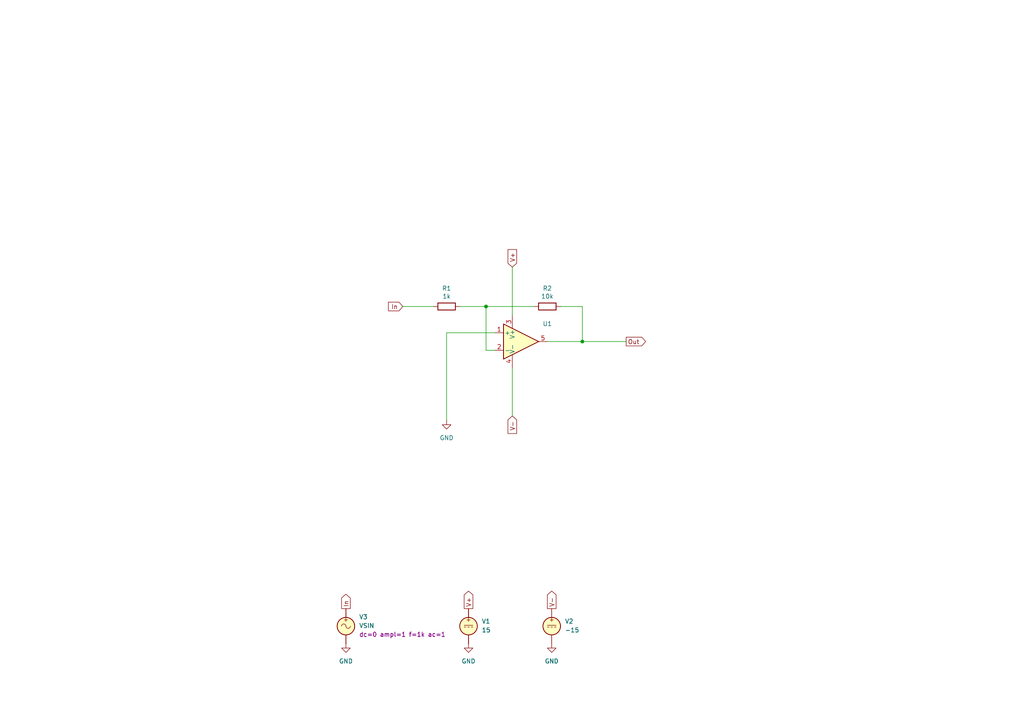
<source format=kicad_sch>
(kicad_sch (version 20250114) (generator "eeschema") (generator_version "9.0")
  (paper "A4")
  (title_block (title "OPamp, inverting") (date "2025-09-13") (company "GitHub/OJStuff"))
  (lib_symbols
    (symbol "Device:R" (pin_numbers (hide yes)) (pin_names (offset 0))
      (property "Reference" "R" (at 2.032 0 90))
      (property "Value" "R" (at 0 0 90))
      (symbol "R_0_1"
        (rectangle (start -1.016 -2.54) (end 1.016 2.54) (stroke (width 0.254)))
      )
      (symbol "R_1_1"
        (pin passive line (at 0 3.81 270) (length 1.27) (name "~") (number "1"))
        (pin passive line (at 0 -3.81 90) (length 1.27) (name "~") (number "2"))
      )
    )
    (symbol "Simulation_SPICE:OPAMP" (pin_names (offset 0.254))
      (property "Reference" "U" (at 3.81 3.175 0))
      (property "Value" "${SIM.PARAMS}" (at 3.81 -3.175 0))
      (symbol "OPAMP_0_1"
        (polyline (pts (xy 5.08 0) (xy -5.08 5.08) (xy -5.08 -5.08) (xy 5.08 0)) (stroke (width 0.254)) (fill (type background)))
      )
      (symbol "OPAMP_1_1"
        (pin input line (at -7.62 2.54 0) (length 2.54) (name "+") (number "1"))
        (pin input line (at -7.62 -2.54 0) (length 2.54) (name "-") (number "2"))
        (pin power_in line (at -2.54 7.62 270) (length 3.81) (name "V+") (number "3"))
        (pin power_in line (at -2.54 -7.62 90) (length 3.81) (name "V-") (number "4"))
        (pin output line (at 7.62 0 180) (length 2.54) (name "~") (number "5"))
      )
    )
    (symbol "VDC_1" (pin_numbers (hide yes)) (pin_names (offset 0.0254))
      (property "Reference" "V" (at 2.54 2.54 0))
      (property "Value" "1" (at 2.54 0 0))
      (symbol "VDC_1_0_0"
        (polyline (pts (xy -1.27 0.254) (xy 1.27 0.254)))
        (polyline (pts (xy -0.762 -0.254) (xy -1.27 -0.254)))
        (polyline (pts (xy 0.254 -0.254) (xy -0.254 -0.254)))
        (polyline (pts (xy 1.27 -0.254) (xy 0.762 -0.254)))
        (text "+" (at 0 1.905 0) (effects (font (size 1.27 1.27))))
      )
      (symbol "VDC_1_0_1"
        (circle (center 0 0) (radius 2.54) (stroke (width 0.254)) (fill (type background)))
      )
      (symbol "VDC_1_1_1"
        (pin passive line (at 0 5.08 270) (length 2.54) (name "~") (number "1"))
        (pin passive line (at 0 -5.08 90) (length 2.54) (name "~") (number "2"))
      )
    )
    (symbol "VSIN_1" (pin_numbers (hide yes)) (pin_names (offset 0.0254))
      (property "Reference" "V" (at 2.54 2.54 0))
      (property "Value" "VSIN" (at 2.54 0 0))
      (property "Sim.Params" "dc=0 ampl=1 f=1k ac=1" (at 2.54 -2.54 0))
      (symbol "VSIN_1_0_0"
        (arc (start -1.27 0) (mid -0.635 0.6323) (end 0 0))
        (arc (start 1.27 0) (mid 0.635 -0.6323) (end 0 0))
        (text "+" (at 0 1.905 0) (effects (font (size 1.27 1.27))))
      )
      (symbol "VSIN_1_0_1"
        (circle (center 0 0) (radius 2.54) (stroke (width 0.254)) (fill (type background)))
      )
      (symbol "VSIN_1_1_1"
        (pin passive line (at 0 5.08 270) (length 2.54) (name "~") (number "1"))
        (pin passive line (at 0 -5.08 90) (length 2.54) (name "~") (number "2"))
      )
    )
    (symbol "power:GND" (power) (pin_numbers (hide yes)) (pin_names (offset 0) (hide yes))
      (property "Value" "GND" (at 0 -3.81 0))
      (symbol "GND_0_1"
        (polyline (pts (xy 0 0) (xy 0 -1.27) (xy 1.27 -1.27) (xy 0 -2.54) (xy -1.27 -1.27) (xy 0 -1.27)))
      )
      (symbol "GND_1_1"
        (pin power_in line (at 0 0 270) (length 0) (name "~") (number "1"))
      )
    )
  )
  (junction (at 168.91 99.06))
  (junction (at 140.97 88.9))
  (wire (pts (xy 143.51 101.6) (xy 140.97 101.6)))
  (wire (pts (xy 162.56 88.9) (xy 168.91 88.9)))
  (wire (pts (xy 140.97 101.6) (xy 140.97 88.9)))
  (wire (pts (xy 148.59 77.47) (xy 148.59 91.44)))
  (wire (pts (xy 129.54 96.52) (xy 143.51 96.52)))
  (wire (pts (xy 140.97 88.9) (xy 154.94 88.9)))
  (wire (pts (xy 148.59 120.65) (xy 148.59 106.68)))
  (wire (pts (xy 116.84 88.9) (xy 125.73 88.9)))
  (wire (pts (xy 168.91 99.06) (xy 158.75 99.06)))
  (wire (pts (xy 168.91 88.9) (xy 168.91 99.06)))
  (wire (pts (xy 133.35 88.9) (xy 140.97 88.9)))
  (wire (pts (xy 129.54 96.52) (xy 129.54 121.92)))
  (wire (pts (xy 181.61 99.06) (xy 168.91 99.06)))
  (global_label "V+" (shape output) (at 135.89 176.53 90) (property "Intersheetrefs" "${INTERSHEET_REFS}" (effects (hide yes))))
  (global_label "V-" (shape output) (at 160.02 176.53 90) (property "Intersheetrefs" "${INTERSHEET_REFS}" (effects (hide yes))))
  (global_label "In" (shape output) (at 100.33 176.53 90) (property "Intersheetrefs" "${INTERSHEET_REFS}" (effects (hide yes))))
  (global_label "V-" (shape input) (at 148.59 120.65 270) (property "Intersheetrefs" "${INTERSHEET_REFS}" (effects (hide yes))))
  (global_label "In" (shape input) (at 116.84 88.9 180) (property "Intersheetrefs" "${INTERSHEET_REFS}" (effects (hide yes))))
  (global_label "V+" (shape input) (at 148.59 77.47 90) (property "Intersheetrefs" "${INTERSHEET_REFS}" (effects (hide yes))))
  (global_label "Out" (shape output) (at 181.61 99.06 0) (property "Intersheetrefs" "${INTERSHEET_REFS}" (effects (hide yes))))
  (symbol (lib_id "power:GND") (at 160.02 186.69 0) (unit 1)
    (property "Reference" "#PWR04" (effects (hide yes)))
    (property "Value" "GND" (at 160.02 191.77 0))
    (property "Description" "Power symbol creates a global label with name \"GND\" , ground" (effects (hide yes)))
  )
  (symbol (lib_id "power:GND") (at 129.54 121.92 0) (unit 1)
    (property "Reference" "#PWR01" (effects (hide yes)))
    (property "Value" "GND" (at 129.54 127 0))
    (property "Description" "Power symbol creates a global label with name \"GND\" , ground" (effects (hide yes)))
  )
  (symbol (lib_id "Simulation_SPICE:OPAMP") (at 151.13 99.06 0) (unit 1)
    (property "Reference" "U1" (at 158.75 93.9098 0))
    (property "Value" "${SIM.PARAMS}" (at 158.75 95.8149 0))
    (property "Datasheet" "https://ngspice.sourceforge.io/docs/ngspice-html-manual/manual.xhtml#sec__SUBCKT_Subcircuits" (effects (hide yes)))
    (property "Description" "Operational amplifier, single" (effects (hide yes)))
    (property "Sim.Pins" "1=in+ 2=in- 3=vcc 4=vee 5=out" (effects (hide yes)))
    (property "Sim.Device" "SUBCKT" (effects (hide yes)))
    (property "Sim.Library" "${KICAD9_SYMBOL_DIR}/Simulation_SPICE.sp" (effects (hide yes)))
    (property "Sim.Name" "kicad_builtin_opamp" (effects (hide yes)))
  )
  (symbol (lib_id "Device:R") (at 158.75 88.9 270) (unit 1)
    (property "Reference" "R2" (at 158.75 83.6422 90))
    (property "Value" "10k" (at 158.75 85.9536 90))
  )
  (symbol (lib_name "VSIN_1") (lib_id "Simulation_SPICE:VSIN") (at 100.33 181.61 0) (unit 1)
    (property "Reference" "V3" (at 104.14 178.9401 0) (effects (justify left)))
    (property "Value" "VSIN" (at 104.14 181.4801 0) (effects (justify left)))
    (property "Datasheet" "https://ngspice.sourceforge.io/docs/ngspice-html-manual/manual.xhtml#sec_Independent_Sources_for" (effects (hide yes)))
    (property "Description" "Voltage source, sinusoidal" (effects (hide yes)))
    (property "Sim.Pins" "1=+ 2=-" (effects (hide yes)))
    (property "Sim.Params" "dc=0 ampl=1 f=1k ac=1" (at 104.14 184.0201 0) (effects (justify left)))
    (property "Sim.Type" "SIN" (effects (hide yes)))
    (property "Sim.Device" "V" (effects (hide yes)))
  )
  (symbol (lib_id "power:GND") (at 100.33 186.69 0) (unit 1)
    (property "Reference" "#PWR02" (effects (hide yes)))
    (property "Value" "GND" (at 100.33 191.77 0))
    (property "Description" "Power symbol creates a global label with name \"GND\" , ground" (effects (hide yes)))
  )
  (symbol (lib_name "VDC_1") (lib_id "Simulation_SPICE:VDC") (at 135.89 181.61 0) (unit 1)
    (property "Reference" "V1" (at 139.7 180.2101 0) (effects (justify left)))
    (property "Value" "15" (at 139.7 182.7501 0) (effects (justify left)))
    (property "Datasheet" "https://ngspice.sourceforge.io/docs/ngspice-html-manual/manual.xhtml#sec_Independent_Sources_for" (effects (hide yes)))
    (property "Description" "Voltage source, DC" (effects (hide yes)))
    (property "Sim.Pins" "1=+ 2=-" (effects (hide yes)))
    (property "Sim.Type" "DC" (effects (hide yes)))
    (property "Sim.Device" "V" (effects (hide yes)))
  )
  (symbol (lib_id "Device:R") (at 129.54 88.9 270) (unit 1)
    (property "Reference" "R1" (at 129.54 83.6422 90))
    (property "Value" "1k" (at 129.54 85.9536 90))
  )
  (symbol (lib_id "power:GND") (at 135.89 186.69 0) (unit 1)
    (property "Reference" "#PWR03" (effects (hide yes)))
    (property "Value" "GND" (at 135.89 191.77 0))
    (property "Description" "Power symbol creates a global label with name \"GND\" , ground" (effects (hide yes)))
  )
  (symbol (lib_name "VDC_1") (lib_id "Simulation_SPICE:VDC") (at 160.02 181.61 0) (unit 1)
    (property "Reference" "V2" (at 163.83 180.2101 0) (effects (justify left)))
    (property "Value" "-15" (at 163.83 182.7501 0) (effects (justify left)))
    (property "Datasheet" "https://ngspice.sourceforge.io/docs/ngspice-html-manual/manual.xhtml#sec_Independent_Sources_for" (effects (hide yes)))
    (property "Description" "Voltage source, DC" (effects (hide yes)))
    (property "Sim.Pins" "1=+ 2=-" (effects (hide yes)))
    (property "Sim.Type" "DC" (effects (hide yes)))
    (property "Sim.Device" "V" (effects (hide yes)))
  )
)
</source>
